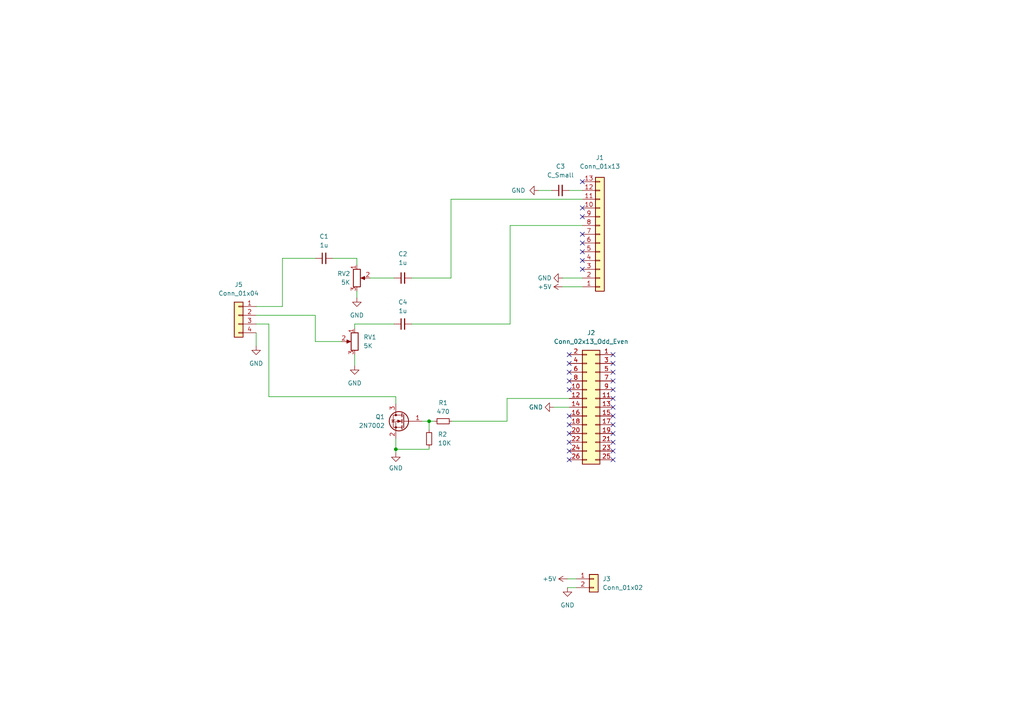
<source format=kicad_sch>
(kicad_sch (version 20211123) (generator eeschema)
  (paper "A4")
  (lib_symbols
    (symbol "Connector_Generic:Conn_01x02" (pin_names (offset 1.016) hide)
      (property "Reference" "J" (at 0 2.54 0))
      (property "Value" "Conn_01x02" (at 0 -5.08 0))
      (symbol "Conn_01x02_1_1"
        (rectangle (start -1.27 -2.413) (end 0 -2.667) (stroke (width 0.1524)))
        (rectangle (start -1.27 0.127) (end 0 -0.127) (stroke (width 0.1524)))
        (rectangle (start -1.27 1.27) (end 1.27 -3.81) (stroke (width 0.254)) (fill (type background)))
        (pin passive line (at -5.08 0 0) (length 3.81) (name "Pin_1") (number "1"))
        (pin passive line (at -5.08 -2.54 0) (length 3.81) (name "Pin_2") (number "2"))
      )
    )
    (symbol "Connector_Generic:Conn_01x04" (pin_names (offset 1.016) hide)
      (property "Reference" "J" (at 0 5.08 0))
      (property "Value" "Conn_01x04" (at 0 -7.62 0))
      (symbol "Conn_01x04_1_1"
        (rectangle (start -1.27 -4.953) (end 0 -5.207) (stroke (width 0.1524)))
        (rectangle (start -1.27 -2.413) (end 0 -2.667) (stroke (width 0.1524)))
        (rectangle (start -1.27 0.127) (end 0 -0.127) (stroke (width 0.1524)))
        (rectangle (start -1.27 2.667) (end 0 2.413) (stroke (width 0.1524)))
        (rectangle (start -1.27 3.81) (end 1.27 -6.35) (stroke (width 0.254)) (fill (type background)))
        (pin passive line (at -5.08 2.54 0) (length 3.81) (name "Pin_1") (number "1"))
        (pin passive line (at -5.08 0 0) (length 3.81) (name "Pin_2") (number "2"))
        (pin passive line (at -5.08 -2.54 0) (length 3.81) (name "Pin_3") (number "3"))
        (pin passive line (at -5.08 -5.08 0) (length 3.81) (name "Pin_4") (number "4"))
      )
    )
    (symbol "Connector_Generic:Conn_01x13" (pin_names (offset 1.016) hide)
      (property "Reference" "J" (at 0 17.78 0))
      (property "Value" "Conn_01x13" (at 0 -17.78 0))
      (symbol "Conn_01x13_1_1"
        (rectangle (start -1.27 -15.113) (end 0 -15.367) (stroke (width 0.1524)))
        (rectangle (start -1.27 -12.573) (end 0 -12.827) (stroke (width 0.1524)))
        (rectangle (start -1.27 -10.033) (end 0 -10.287) (stroke (width 0.1524)))
        (rectangle (start -1.27 -7.493) (end 0 -7.747) (stroke (width 0.1524)))
        (rectangle (start -1.27 -4.953) (end 0 -5.207) (stroke (width 0.1524)))
        (rectangle (start -1.27 -2.413) (end 0 -2.667) (stroke (width 0.1524)))
        (rectangle (start -1.27 0.127) (end 0 -0.127) (stroke (width 0.1524)))
        (rectangle (start -1.27 2.667) (end 0 2.413) (stroke (width 0.1524)))
        (rectangle (start -1.27 5.207) (end 0 4.953) (stroke (width 0.1524)))
        (rectangle (start -1.27 7.747) (end 0 7.493) (stroke (width 0.1524)))
        (rectangle (start -1.27 10.287) (end 0 10.033) (stroke (width 0.1524)))
        (rectangle (start -1.27 12.827) (end 0 12.573) (stroke (width 0.1524)))
        (rectangle (start -1.27 15.367) (end 0 15.113) (stroke (width 0.1524)))
        (rectangle (start -1.27 16.51) (end 1.27 -16.51) (stroke (width 0.254)) (fill (type background)))
        (pin passive line (at -5.08 15.24 0) (length 3.81) (name "Pin_1") (number "1"))
        (pin passive line (at -5.08 -7.62 0) (length 3.81) (name "Pin_10") (number "10"))
        (pin passive line (at -5.08 -10.16 0) (length 3.81) (name "Pin_11") (number "11"))
        (pin passive line (at -5.08 -12.7 0) (length 3.81) (name "Pin_12") (number "12"))
        (pin passive line (at -5.08 -15.24 0) (length 3.81) (name "Pin_13") (number "13"))
        (pin passive line (at -5.08 12.7 0) (length 3.81) (name "Pin_2") (number "2"))
        (pin passive line (at -5.08 10.16 0) (length 3.81) (name "Pin_3") (number "3"))
        (pin passive line (at -5.08 7.62 0) (length 3.81) (name "Pin_4") (number "4"))
        (pin passive line (at -5.08 5.08 0) (length 3.81) (name "Pin_5") (number "5"))
        (pin passive line (at -5.08 2.54 0) (length 3.81) (name "Pin_6") (number "6"))
        (pin passive line (at -5.08 0 0) (length 3.81) (name "Pin_7") (number "7"))
        (pin passive line (at -5.08 -2.54 0) (length 3.81) (name "Pin_8") (number "8"))
        (pin passive line (at -5.08 -5.08 0) (length 3.81) (name "Pin_9") (number "9"))
      )
    )
    (symbol "Connector_Generic:Conn_02x13_Odd_Even" (pin_names (offset 1.016) hide)
      (property "Reference" "J" (at 1.27 17.78 0))
      (property "Value" "Conn_02x13_Odd_Even" (at 1.27 -17.78 0))
      (symbol "Conn_02x13_Odd_Even_1_1"
        (rectangle (start -1.27 -15.113) (end 0 -15.367) (stroke (width 0.1524)))
        (rectangle (start -1.27 -12.573) (end 0 -12.827) (stroke (width 0.1524)))
        (rectangle (start -1.27 -10.033) (end 0 -10.287) (stroke (width 0.1524)))
        (rectangle (start -1.27 -7.493) (end 0 -7.747) (stroke (width 0.1524)))
        (rectangle (start -1.27 -4.953) (end 0 -5.207) (stroke (width 0.1524)))
        (rectangle (start -1.27 -2.413) (end 0 -2.667) (stroke (width 0.1524)))
        (rectangle (start -1.27 0.127) (end 0 -0.127) (stroke (width 0.1524)))
        (rectangle (start -1.27 2.667) (end 0 2.413) (stroke (width 0.1524)))
        (rectangle (start -1.27 5.207) (end 0 4.953) (stroke (width 0.1524)))
        (rectangle (start -1.27 7.747) (end 0 7.493) (stroke (width 0.1524)))
        (rectangle (start -1.27 10.287) (end 0 10.033) (stroke (width 0.1524)))
        (rectangle (start -1.27 12.827) (end 0 12.573) (stroke (width 0.1524)))
        (rectangle (start -1.27 15.367) (end 0 15.113) (stroke (width 0.1524)))
        (rectangle (start -1.27 16.51) (end 3.81 -16.51) (stroke (width 0.254)) (fill (type background)))
        (rectangle (start 3.81 -15.113) (end 2.54 -15.367) (stroke (width 0.1524)))
        (rectangle (start 3.81 -12.573) (end 2.54 -12.827) (stroke (width 0.1524)))
        (rectangle (start 3.81 -10.033) (end 2.54 -10.287) (stroke (width 0.1524)))
        (rectangle (start 3.81 -7.493) (end 2.54 -7.747) (stroke (width 0.1524)))
        (rectangle (start 3.81 -4.953) (end 2.54 -5.207) (stroke (width 0.1524)))
        (rectangle (start 3.81 -2.413) (end 2.54 -2.667) (stroke (width 0.1524)))
        (rectangle (start 3.81 0.127) (end 2.54 -0.127) (stroke (width 0.1524)))
        (rectangle (start 3.81 2.667) (end 2.54 2.413) (stroke (width 0.1524)))
        (rectangle (start 3.81 5.207) (end 2.54 4.953) (stroke (width 0.1524)))
        (rectangle (start 3.81 7.747) (end 2.54 7.493) (stroke (width 0.1524)))
        (rectangle (start 3.81 10.287) (end 2.54 10.033) (stroke (width 0.1524)))
        (rectangle (start 3.81 12.827) (end 2.54 12.573) (stroke (width 0.1524)))
        (rectangle (start 3.81 15.367) (end 2.54 15.113) (stroke (width 0.1524)))
        (pin passive line (at -5.08 15.24 0) (length 3.81) (name "Pin_1") (number "1"))
        (pin passive line (at 7.62 5.08 180) (length 3.81) (name "Pin_10") (number "10"))
        (pin passive line (at -5.08 2.54 0) (length 3.81) (name "Pin_11") (number "11"))
        (pin passive line (at 7.62 2.54 180) (length 3.81) (name "Pin_12") (number "12"))
        (pin passive line (at -5.08 0 0) (length 3.81) (name "Pin_13") (number "13"))
        (pin passive line (at 7.62 0 180) (length 3.81) (name "Pin_14") (number "14"))
        (pin passive line (at -5.08 -2.54 0) (length 3.81) (name "Pin_15") (number "15"))
        (pin passive line (at 7.62 -2.54 180) (length 3.81) (name "Pin_16") (number "16"))
        (pin passive line (at -5.08 -5.08 0) (length 3.81) (name "Pin_17") (number "17"))
        (pin passive line (at 7.62 -5.08 180) (length 3.81) (name "Pin_18") (number "18"))
        (pin passive line (at -5.08 -7.62 0) (length 3.81) (name "Pin_19") (number "19"))
        (pin passive line (at 7.62 15.24 180) (length 3.81) (name "Pin_2") (number "2"))
        (pin passive line (at 7.62 -7.62 180) (length 3.81) (name "Pin_20") (number "20"))
        (pin passive line (at -5.08 -10.16 0) (length 3.81) (name "Pin_21") (number "21"))
        (pin passive line (at 7.62 -10.16 180) (length 3.81) (name "Pin_22") (number "22"))
        (pin passive line (at -5.08 -12.7 0) (length 3.81) (name "Pin_23") (number "23"))
        (pin passive line (at 7.62 -12.7 180) (length 3.81) (name "Pin_24") (number "24"))
        (pin passive line (at -5.08 -15.24 0) (length 3.81) (name "Pin_25") (number "25"))
        (pin passive line (at 7.62 -15.24 180) (length 3.81) (name "Pin_26") (number "26"))
        (pin passive line (at -5.08 12.7 0) (length 3.81) (name "Pin_3") (number "3"))
        (pin passive line (at 7.62 12.7 180) (length 3.81) (name "Pin_4") (number "4"))
        (pin passive line (at -5.08 10.16 0) (length 3.81) (name "Pin_5") (number "5"))
        (pin passive line (at 7.62 10.16 180) (length 3.81) (name "Pin_6") (number "6"))
        (pin passive line (at -5.08 7.62 0) (length 3.81) (name "Pin_7") (number "7"))
        (pin passive line (at 7.62 7.62 180) (length 3.81) (name "Pin_8") (number "8"))
        (pin passive line (at -5.08 5.08 0) (length 3.81) (name "Pin_9") (number "9"))
      )
    )
    (symbol "Device:C_Small" (pin_numbers hide) (pin_names (offset 0.254) hide)
      (property "Reference" "C" (at 0.254 1.778 0))
      (property "Value" "C_Small" (at 0.254 -2.032 0))
      (symbol "C_Small_0_1"
        (polyline (pts (xy -1.524 -0.508) (xy 1.524 -0.508)) (stroke (width 0.3302)))
        (polyline (pts (xy -1.524 0.508) (xy 1.524 0.508)) (stroke (width 0.3048)))
      )
      (symbol "C_Small_1_1"
        (pin passive line (at 0 2.54 270) (length 2.032) (name "~") (number "1"))
        (pin passive line (at 0 -2.54 90) (length 2.032) (name "~") (number "2"))
      )
    )
    (symbol "Device:R_Potentiometer" (pin_names (offset 1.016) hide)
      (property "Reference" "RV" (at -4.445 0 90))
      (property "Value" "R_Potentiometer" (at -2.54 0 90))
      (symbol "R_Potentiometer_0_1"
        (polyline (pts (xy 2.54 0) (xy 1.524 0)))
        (polyline (pts (xy 1.143 0) (xy 2.286 0.508) (xy 2.286 -0.508) (xy 1.143 0)) (fill (type outline)))
        (rectangle (start 1.016 2.54) (end -1.016 -2.54) (stroke (width 0.254)))
      )
      (symbol "R_Potentiometer_1_1"
        (pin passive line (at 0 3.81 270) (length 1.27) (name "1") (number "1"))
        (pin passive line (at 3.81 0 180) (length 1.27) (name "2") (number "2"))
        (pin passive line (at 0 -3.81 90) (length 1.27) (name "3") (number "3"))
      )
    )
    (symbol "Device:R_Small" (pin_numbers hide) (pin_names (offset 0.254) hide)
      (property "Reference" "R" (at 0.762 0.508 0))
      (property "Value" "R_Small" (at 0.762 -1.016 0))
      (symbol "R_Small_0_1"
        (rectangle (start -0.762 1.778) (end 0.762 -1.778) (stroke (width 0.2032)))
      )
      (symbol "R_Small_1_1"
        (pin passive line (at 0 2.54 270) (length 0.762) (name "~") (number "1"))
        (pin passive line (at 0 -2.54 90) (length 0.762) (name "~") (number "2"))
      )
    )
    (symbol "Transistor_FET:2N7002" (pin_names hide)
      (property "Reference" "Q" (at 5.08 1.905 0))
      (property "Value" "2N7002" (at 5.08 0 0))
      (symbol "2N7002_0_1"
        (polyline (pts (xy 0.254 0) (xy -2.54 0)))
        (polyline (pts (xy 0.254 1.905) (xy 0.254 -1.905)) (stroke (width 0.254)))
        (polyline (pts (xy 0.762 -1.27) (xy 0.762 -2.286)) (stroke (width 0.254)))
        (polyline (pts (xy 0.762 0.508) (xy 0.762 -0.508)) (stroke (width 0.254)))
        (polyline (pts (xy 0.762 2.286) (xy 0.762 1.27)) (stroke (width 0.254)))
        (polyline (pts (xy 2.54 2.54) (xy 2.54 1.778)))
        (polyline (pts (xy 2.54 -2.54) (xy 2.54 0) (xy 0.762 0)))
        (polyline (pts (xy 0.762 -1.778) (xy 3.302 -1.778) (xy 3.302 1.778) (xy 0.762 1.778)))
        (polyline (pts (xy 1.016 0) (xy 2.032 0.381) (xy 2.032 -0.381) (xy 1.016 0)) (fill (type outline)))
        (polyline (pts (xy 2.794 0.508) (xy 2.921 0.381) (xy 3.683 0.381) (xy 3.81 0.254)))
        (polyline (pts (xy 3.302 0.381) (xy 2.921 -0.254) (xy 3.683 -0.254) (xy 3.302 0.381)))
        (circle (center 1.651 0) (radius 2.794) (stroke (width 0.254)))
        (circle (center 2.54 -1.778) (radius 0.254) (fill (type outline)))
        (circle (center 2.54 1.778) (radius 0.254) (fill (type outline)))
      )
      (symbol "2N7002_1_1"
        (pin input line (at -5.08 0 0) (length 2.54) (name "G") (number "1"))
        (pin passive line (at 2.54 -5.08 90) (length 2.54) (name "S") (number "2"))
        (pin passive line (at 2.54 5.08 270) (length 2.54) (name "D") (number "3"))
      )
    )
    (symbol "power:+5V" (power) (pin_names (offset 0))
      (property "Value" "+5V" (at 0 3.556 0))
      (symbol "+5V_0_1"
        (polyline (pts (xy -0.762 1.27) (xy 0 2.54)))
        (polyline (pts (xy 0 0) (xy 0 2.54)))
        (polyline (pts (xy 0 2.54) (xy 0.762 1.27)))
      )
      (symbol "+5V_1_1"
        (pin power_in line (at 0 0 90) (length 0) hide (name "+5V") (number "1"))
      )
    )
    (symbol "power:GND" (power) (pin_names (offset 0))
      (property "Value" "GND" (at 0 -3.81 0))
      (symbol "GND_0_1"
        (polyline (pts (xy 0 0) (xy 0 -1.27) (xy 1.27 -1.27) (xy 0 -2.54) (xy -1.27 -1.27) (xy 0 -1.27)))
      )
      (symbol "GND_1_1"
        (pin power_in line (at 0 0 270) (length 0) hide (name "GND") (number "1"))
      )
    )
  )
  (junction (at 124.46 122.174))
  (junction (at 114.808 130.302))
  (no_connect (at 168.91 67.945))
  (no_connect (at 177.8 110.49))
  (no_connect (at 177.8 125.73))
  (no_connect (at 177.8 120.65))
  (no_connect (at 165.1 102.87))
  (no_connect (at 168.91 75.565))
  (no_connect (at 165.1 125.73))
  (no_connect (at 177.8 115.57))
  (no_connect (at 168.91 52.705))
  (no_connect (at 165.1 133.35))
  (no_connect (at 165.1 120.65))
  (no_connect (at 168.91 62.865))
  (no_connect (at 177.8 102.87))
  (no_connect (at 177.8 105.41))
  (no_connect (at 177.8 123.19))
  (no_connect (at 177.8 133.35))
  (no_connect (at 165.1 113.03))
  (no_connect (at 177.8 113.03))
  (no_connect (at 165.1 130.81))
  (no_connect (at 177.8 107.95))
  (no_connect (at 177.8 130.81))
  (no_connect (at 177.8 118.11))
  (no_connect (at 165.1 128.27))
  (no_connect (at 177.8 128.27))
  (no_connect (at 165.1 123.19))
  (no_connect (at 168.91 70.485))
  (no_connect (at 168.91 78.105))
  (no_connect (at 168.91 60.325))
  (no_connect (at 168.91 73.025))
  (no_connect (at 165.1 105.41))
  (no_connect (at 165.1 110.49))
  (no_connect (at 165.1 107.95))
  (wire (pts (xy 114.808 130.302) (xy 114.808 131.318)))
  (wire (pts (xy 81.915 74.93) (xy 91.44 74.93)))
  (wire (pts (xy 165.1 55.245) (xy 168.91 55.245)))
  (wire (pts (xy 122.428 122.174) (xy 124.46 122.174)))
  (wire (pts (xy 124.46 130.302) (xy 114.808 130.302)))
  (wire (pts (xy 147.066 122.174) (xy 147.066 115.57)))
  (wire (pts (xy 77.978 93.98) (xy 77.978 115.062)))
  (wire (pts (xy 131.064 122.174) (xy 147.066 122.174)))
  (wire (pts (xy 81.915 88.9) (xy 81.915 74.93)))
  (wire (pts (xy 164.592 167.894) (xy 167.132 167.894)))
  (wire (pts (xy 103.505 84.455) (xy 103.505 86.36)))
  (wire (pts (xy 114.808 115.062) (xy 77.978 115.062)))
  (wire (pts (xy 164.592 170.434) (xy 167.132 170.434)))
  (wire (pts (xy 124.46 122.174) (xy 125.984 122.174)))
  (wire (pts (xy 147.066 115.57) (xy 165.1 115.57)))
  (wire (pts (xy 91.44 91.44) (xy 91.44 99.06)))
  (wire (pts (xy 130.81 57.785) (xy 168.91 57.785)))
  (wire (pts (xy 74.295 93.98) (xy 77.978 93.98)))
  (wire (pts (xy 114.808 117.094) (xy 114.808 115.062)))
  (wire (pts (xy 96.52 74.93) (xy 103.505 74.93)))
  (wire (pts (xy 102.87 95.25) (xy 102.87 93.98)))
  (wire (pts (xy 124.46 129.794) (xy 124.46 130.302)))
  (wire (pts (xy 147.955 93.98) (xy 147.955 65.405)))
  (wire (pts (xy 130.81 80.645) (xy 130.81 57.785)))
  (wire (pts (xy 147.955 65.405) (xy 168.91 65.405)))
  (wire (pts (xy 102.87 102.87) (xy 102.87 106.045)))
  (wire (pts (xy 156.21 55.245) (xy 160.02 55.245)))
  (wire (pts (xy 119.38 93.98) (xy 147.955 93.98)))
  (wire (pts (xy 74.295 91.44) (xy 91.44 91.44)))
  (wire (pts (xy 114.808 127.254) (xy 114.808 130.302)))
  (wire (pts (xy 107.315 80.645) (xy 114.3 80.645)))
  (wire (pts (xy 163.195 83.185) (xy 168.91 83.185)))
  (wire (pts (xy 160.655 118.11) (xy 165.1 118.11)))
  (wire (pts (xy 74.295 96.52) (xy 74.295 100.33)))
  (wire (pts (xy 119.38 80.645) (xy 130.81 80.645)))
  (wire (pts (xy 124.46 122.174) (xy 124.46 124.714)))
  (wire (pts (xy 102.87 93.98) (xy 114.3 93.98)))
  (wire (pts (xy 103.505 74.93) (xy 103.505 76.835)))
  (wire (pts (xy 74.295 88.9) (xy 81.915 88.9)))
  (wire (pts (xy 163.195 80.645) (xy 168.91 80.645)))
  (wire (pts (xy 91.44 99.06) (xy 99.06 99.06)))
  (symbol (lib_id "Device:C_Small") (at 93.98 74.93 90) (unit 1)
    (property "Reference" "C1" (at 93.9863 68.58 90))
    (property "Value" "1u" (at 93.9863 71.12 90))
    (property "Footprint" "Capacitor_SMD:C_0805_2012Metric" (effects hide))
  )
  (symbol (lib_id "Device:C_Small") (at 116.84 80.645 90) (unit 1)
    (property "Reference" "C2" (at 116.8463 73.66 90))
    (property "Value" "1u" (at 116.8463 76.2 90))
    (property "Footprint" "Capacitor_SMD:C_0805_2012Metric" (effects hide))
  )
  (symbol (lib_id "Connector_Generic:Conn_01x02") (at 172.212 167.894 0) (unit 1)
    (property "Reference" "J3" (at 174.752 167.8939 0) (effects (justify left)))
    (property "Value" "Conn_01x02" (at 174.752 170.4339 0) (effects (justify left)))
    (property "Footprint" "Connector_PinHeader_2.54mm:PinHeader_1x02_P2.54mm_Vertical" (effects hide))
  )
  (symbol (lib_id "Transistor_FET:2N7002") (at 117.348 122.174 0) (mirror y) (unit 1)
    (property "Reference" "Q1" (at 111.633 120.9039 0) (effects (justify left)))
    (property "Value" "2N7002" (at 111.633 123.4439 0) (effects (justify left)))
    (property "Footprint" "Package_TO_SOT_SMD:SOT-23" (effects hide))
    (property "Datasheet" "https://www.onsemi.com/pub/Collateral/NDS7002A-D.PDF" (effects hide))
  )
  (symbol (lib_id "Device:R_Potentiometer") (at 103.505 80.645 0) (unit 1)
    (property "Reference" "RV2" (at 101.6 79.3749 0) (effects (justify right)))
    (property "Value" "5K" (at 101.6 81.9149 0) (effects (justify right)))
    (property "Footprint" "Potentiometer_THT:Potentiometer_Bourns_3296W_Vertical" (effects hide))
  )
  (symbol (lib_id "Device:C_Small") (at 116.84 93.98 90) (unit 1)
    (property "Reference" "C4" (at 116.8463 87.63 90))
    (property "Value" "1u" (at 116.8463 90.17 90))
    (property "Footprint" "Capacitor_SMD:C_0805_2012Metric" (effects hide))
  )
  (symbol (lib_id "power:+5V") (at 164.592 167.894 90) (unit 1)
    (property "Reference" "#PWR06" (effects hide))
    (property "Value" "+5V" (at 161.417 167.8939 90) (effects (justify left)))
  )
  (symbol (lib_id "power:GND") (at 103.505 86.36 0) (unit 1)
    (property "Reference" "#PWR02" (effects hide))
    (property "Value" "GND" (at 103.505 91.44 0))
  )
  (symbol (lib_id "Connector_Generic:Conn_01x04") (at 69.215 91.44 0) (mirror y) (unit 1)
    (property "Reference" "J5" (at 69.215 82.55 0))
    (property "Value" "Conn_01x04" (at 69.215 85.09 0))
    (property "Footprint" "Connector_PinHeader_2.54mm:PinHeader_1x04_P2.54mm_Vertical" (effects hide))
  )
  (symbol (lib_id "Connector_Generic:Conn_01x13") (at 173.99 67.945 0) (mirror x) (unit 1)
    (property "Reference" "J1" (at 173.99 45.72 0))
    (property "Value" "Conn_01x13" (at 173.99 48.26 0))
    (property "Footprint" "Connector_PinHeader_2.54mm:PinHeader_1x13_P2.54mm_Vertical" (effects hide))
  )
  (symbol (lib_id "Device:R_Small") (at 124.46 127.254 180) (unit 1)
    (property "Reference" "R2" (at 127 125.9839 0) (effects (justify right)))
    (property "Value" "10K" (at 127 128.5239 0) (effects (justify right)))
    (property "Footprint" "Resistor_SMD:R_0805_2012Metric" (effects hide))
  )
  (symbol (lib_id "power:GND") (at 74.295 100.33 0) (unit 1)
    (property "Reference" "#PWR0102" (effects hide))
    (property "Value" "GND" (at 74.295 105.41 0))
  )
  (symbol (lib_id "power:GND") (at 156.21 55.245 270) (unit 1)
    (property "Reference" "#PWR03" (effects hide))
    (property "Value" "GND" (at 152.4 55.2449 90) (effects (justify right)))
  )
  (symbol (lib_id "Connector_Generic:Conn_02x13_Odd_Even") (at 172.72 118.11 0) (mirror y) (unit 1)
    (property "Reference" "J2" (at 171.45 96.52 0))
    (property "Value" "Conn_02x13_Odd_Even" (at 171.45 99.06 0))
    (property "Footprint" "Connector_PinHeader_2.54mm:PinHeader_2x13_P2.54mm_Vertical" (effects hide))
  )
  (symbol (lib_id "Device:R_Small") (at 128.524 122.174 90) (unit 1)
    (property "Reference" "R1" (at 128.524 116.84 90))
    (property "Value" "470" (at 128.524 119.38 90))
    (property "Footprint" "Resistor_SMD:R_0805_2012Metric" (effects hide))
  )
  (symbol (lib_id "Device:R_Potentiometer") (at 102.87 99.06 0) (mirror y) (unit 1)
    (property "Reference" "RV1" (at 105.41 97.7899 0) (effects (justify right)))
    (property "Value" "5K" (at 105.41 100.3299 0) (effects (justify right)))
    (property "Footprint" "Potentiometer_THT:Potentiometer_Bourns_3296W_Vertical" (effects hide))
  )
  (symbol (lib_id "power:GND") (at 164.592 170.434 0) (unit 1)
    (property "Reference" "#PWR07" (effects hide))
    (property "Value" "GND" (at 164.592 175.514 0))
  )
  (symbol (lib_id "power:+5V") (at 163.195 83.185 90) (unit 1)
    (property "Reference" "#PWR05" (effects hide))
    (property "Value" "+5V" (at 160.02 83.1849 90) (effects (justify left)))
  )
  (symbol (lib_id "Device:C_Small") (at 162.56 55.245 90) (unit 1)
    (property "Reference" "C3" (at 162.5663 48.26 90))
    (property "Value" "C_Small" (at 162.5663 50.8 90))
    (property "Footprint" "Capacitor_SMD:C_0805_2012Metric" (effects hide))
  )
  (symbol (lib_id "power:GND") (at 160.655 118.11 270) (unit 1)
    (property "Reference" "#PWR0103" (effects hide))
    (property "Value" "GND" (at 157.48 118.1099 90) (effects (justify right)))
  )
  (symbol (lib_id "power:GND") (at 102.87 106.045 0) (unit 1)
    (property "Reference" "#PWR01" (effects hide))
    (property "Value" "GND" (at 102.87 111.125 0))
  )
  (symbol (lib_id "power:GND") (at 114.808 131.318 0) (unit 1)
    (property "Reference" "#PWR0101" (effects hide))
    (property "Value" "GND" (at 114.808 135.763 0))
  )
  (symbol (lib_id "power:GND") (at 163.195 80.645 270) (unit 1)
    (property "Reference" "#PWR04" (effects hide))
    (property "Value" "GND" (at 160.02 80.6449 90) (effects (justify right)))
  )
)
</source>
